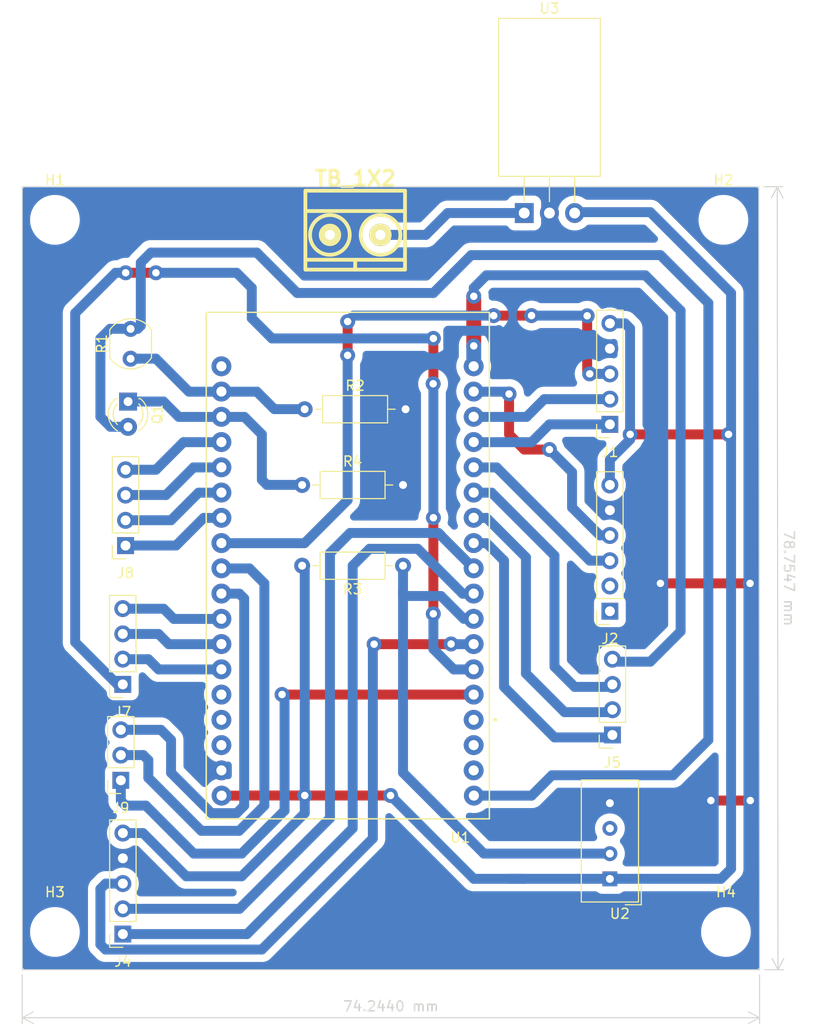
<source format=kicad_pcb>
(kicad_pcb (version 20221018) (generator pcbnew)
  (layers (0 "F.Cu" signal) (31 "B.Cu" signal) (34 "B.Paste" user) (35 "F.Paste" user) (36 "B.SilkS" user "B.Silkscreen") (37 "F.SilkS" user "F.Silkscreen") (38 "B.Mask" user) (39 "F.Mask" user) (44 "Edge.Cuts" user))
  (net 0 "")
  (net 1 "+5V")
  (net 2 "+3V3")
  (net 3 "/SCL")
  (net 4 "/SDA")
  (net 5 "/ADC_PD")
  (net 6 "/ADC_LDR")
  (net 8 "/TX{slash}RX_Dir_0")
  (net 9 "/RX0")
  (net 10 "/TX0")
  (net 11 "/TX{slash}RX_Dir_1")
  (net 12 "/HSPI_CS0")
  (net 13 "/GPIO_DHT22")
  (net 14 "/TX1")
  (net 15 "/RX1")
  (net 16 "/VSPI_CS0")
  (net 17 "/VSPI_CLK")
  (net 18 "/VSPI_MISO")
  (net 19 "/VSPI_MOSI")
  (net 21 "/ADC_2")
  (net 22 "/ADC_3")
  (net 23 "/ADC_0")
  (net 24 "/ADC_1")
  (net 25 "/GPIO_26")
  (net 26 "/GPIO_27")
  (net 27 "/HSPI_CLK")
  (net 28 "/HSPI_MISO")
  (net 29 "/HSPI_MOSI")
  (net 30 "GND")
  (net 31 "/CSB")
  (net 32 "/SDO")
  (net 33 "/GPIO_0")
  (net 34 "+12V")
  (footprint "Connector_PinSocket_2.54mm:PinSocket_1x05_P2.54mm_Vertical" (layer "F.Cu") (at 23.597 88.616 180)
    (fp_text reference "J4" (at 0 -2.77) (layer "F.SilkS"))
    (fp_text value "RS485_2")
    (fp_line (start -1.33 1.27) (end -1.33 11.49) (stroke (width 0.12)) (layer "F.SilkS"))
    (fp_line (start -1.33 1.27) (end 1.33 1.27) (stroke (width 0.12)) (layer "F.SilkS"))
    (fp_line (start -1.33 11.49) (end 1.33 11.49) (stroke (width 0.12)) (layer "F.SilkS"))
    (fp_line (start 0 -1.33) (end 1.33 -1.33) (stroke (width 0.12)) (layer "F.SilkS"))
    (fp_line (start 1.33 -1.33) (end 1.33 0) (stroke (width 0.12)) (layer "F.SilkS"))
    (fp_line (start 1.33 1.27) (end 1.33 11.49) (stroke (width 0.12)) (layer "F.SilkS"))
    (pad "1" thru_hole rect (at 0 0 180) (size 1.7 1.7) (drill 1) (layers "*.Cu" "*.Mask") (net 14 "/TX1"))
    (pad "2" thru_hole oval (at 0 2.54 180) (size 1.7 1.7) (drill 1) (layers "*.Cu" "*.Mask") (net 15 "/RX1"))
    (pad "3" thru_hole oval (at 0 5.08 180) (size 1.7 1.7) (drill 1) (layers "*.Cu" "*.Mask") (net 11 "/TX{slash}RX_Dir_1"))
    (pad "4" thru_hole oval (at 0 7.62 180) (size 1.7 1.7) (drill 1) (layers "*.Cu" "*.Mask") (net 30 "GND"))
    (pad "5" thru_hole oval (at 0 10.16 180) (size 1.7 1.7) (drill 1) (layers "*.Cu" "*.Mask") (net 1 "+5V"))
  )
  (footprint "LED_THT:LED_D3.0mm_FlatTop" (layer "F.Cu") (at 24.120695 35.056305 -90)
    (fp_text reference "Q1" (at 1.27 -2.96 90) (layer "F.SilkS"))
    (fp_text value "Fototransistor")
    (fp_line (start -0.29 -1.236) (end -0.29 -1.08) (stroke (width 0.12)) (layer "F.SilkS"))
    (fp_line (start -0.29 1.08) (end -0.29 1.236) (stroke (width 0.12)) (layer "F.SilkS"))
    (fp_arc (start -0.29 -1.235516) (mid 1.366487 -1.987659) (end 2.942335 -1.078608) (stroke (width 0.12)) (layer "F.SilkS"))
    (fp_arc (start 0.229039 -1.08) (mid 1.270117 -1.5) (end 2.31113 -1.079837) (stroke (width 0.12)) (layer "F.SilkS"))
    (fp_arc (start 2.31113 1.079837) (mid 1.270117 1.5) (end 0.229039 1.08) (stroke (width 0.12)) (layer "F.SilkS"))
    (fp_arc (start 2.942335 1.078608) (mid 1.366487 1.987659) (end -0.29 1.235516) (stroke (width 0.12)) (layer "F.SilkS"))
    (pad "1" thru_hole rect (at 0 0 270) (size 1.8 1.8) (drill 0.9) (layers "*.Cu" "*.Mask") (net 5 "/ADC_PD"))
    (pad "2" thru_hole circle (at 2.54 0 270) (size 1.8 1.8) (drill 0.9) (layers "*.Cu" "*.Mask") (net 2 "+3V3"))
  )
  (footprint "Package_TO_SOT_THT:TO-220-3_Horizontal_TabDown" (layer "F.Cu") (at 64.008 16.088)
    (fp_text reference "U3" (at 2.54 -20.58) (layer "F.SilkS"))
    (fp_text value "L7805")
    (fp_line (start -2.58 -19.58) (end -2.58 -3.69) (stroke (width 0.12)) (layer "F.SilkS"))
    (fp_line (start -2.58 -19.58) (end 7.66 -19.58) (stroke (width 0.12)) (layer "F.SilkS"))
    (fp_line (start -2.58 -3.69) (end 7.66 -3.69) (stroke (width 0.12)) (layer "F.SilkS"))
    (fp_line (start 0 -3.69) (end 0 -1.15) (stroke (width 0.12)) (layer "F.SilkS"))
    (fp_line (start 2.54 -3.69) (end 2.54 -1.15) (stroke (width 0.12)) (layer "F.SilkS"))
    (fp_line (start 5.08 -3.69) (end 5.08 -1.15) (stroke (width 0.12)) (layer "F.SilkS"))
    (fp_line (start 7.66 -19.58) (end 7.66 -3.69) (stroke (width 0.12)) (layer "F.SilkS"))
    (pad "" np_thru_hole oval (at 2.54 -16.66) (size 3.5 3.5) (drill 3.5) (layers "*.Cu" "*.Mask"))
    (pad "1" thru_hole rect (at 0 0) (size 1.905 2) (drill 1.1) (layers "*.Cu" "*.Mask") (net 34 "+12V"))
    (pad "2" thru_hole oval (at 2.54 0) (size 1.905 2) (drill 1.1) (layers "*.Cu" "*.Mask") (net 30 "GND"))
    (pad "3" thru_hole oval (at 5.08 0) (size 1.905 2) (drill 1.1) (layers "*.Cu" "*.Mask") (net 1 "+5V"))
  )
  (footprint "OptoDevice:R_LDR_5.0x4.1mm_P3mm_Vertical" (layer "F.Cu") (at 24.374695 30.743305 90)
    (fp_text reference "R1" (at 1.5 -2.9 90) (layer "F.SilkS"))
    (fp_text value "LDR07")
    (fp_line (start 0.1 -2.1) (end 2.9 -2.1) (stroke (width 0.12)) (layer "F.SilkS"))
    (fp_line (start 0.1 2.1) (end 2.9 2.1) (stroke (width 0.12)) (layer "F.SilkS"))
    (fp_arc (start 0.1 2.1) (mid -1.023872 -0.008372) (end 0.113963 -2.109242) (stroke (width 0.12)) (layer "F.SilkS"))
    (fp_arc (start 2.9 -2.1) (mid 4.023872 0.008372) (end 2.886037 2.109242) (stroke (width 0.12)) (layer "F.SilkS"))
    (pad "1" thru_hole circle (at 0 0 90) (size 1.6 1.6) (drill 0.8) (layers "*.Cu" "*.Mask") (net 6 "/ADC_LDR"))
    (pad "2" thru_hole circle (at 3 0 90) (size 1.6 1.6) (drill 0.8) (layers "*.Cu" "*.Mask") (net 2 "+3V3"))
  )
  (footprint "Connector_PinSocket_2.54mm:PinSocket_1x03_P2.54mm_Vertical" (layer "F.Cu") (at 23.393 73.152 180)
    (fp_text reference "J9" (at 0 -2.77) (layer "F.SilkS"))
    (fp_text value "GPIO_USELESS")
    (fp_line (start -1.33 1.27) (end -1.33 6.41) (stroke (width 0.12)) (layer "F.SilkS"))
    (fp_line (start -1.33 1.27) (end 1.33 1.27) (stroke (width 0.12)) (layer "F.SilkS"))
    (fp_line (start -1.33 6.41) (end 1.33 6.41) (stroke (width 0.12)) (layer "F.SilkS"))
    (fp_line (start 0 -1.33) (end 1.33 -1.33) (stroke (width 0.12)) (layer "F.SilkS"))
    (fp_line (start 1.33 -1.33) (end 1.33 0) (stroke (width 0.12)) (layer "F.SilkS"))
    (fp_line (start 1.33 1.27) (end 1.33 6.41) (stroke (width 0.12)) (layer "F.SilkS"))
    (pad "1" thru_hole rect (at 0 0 180) (size 1.7 1.7) (drill 1) (layers "*.Cu" "*.Mask") (net 33 "/GPIO_0"))
    (pad "2" thru_hole oval (at 0 2.54 180) (size 1.7 1.7) (drill 1) (layers "*.Cu" "*.Mask") (net 25 "/GPIO_26"))
    (pad "3" thru_hole oval (at 0 5.08 180) (size 1.7 1.7) (drill 1) (layers "*.Cu" "*.Mask") (net 26 "/GPIO_27"))
  )
  (footprint "EESTN5:BORNERA2_AZUL" (layer "F.Cu") (at 46.99 18.288)
    (fp_text reference "J3" hide)
    (fp_text value "TB_1X2" (at 0.0165 -5.68625) (layer "F.SilkS") (effects (font (size 1.5 1.5) (thickness 0.3))))
    (fp_line (start -5.0165 -4.445) (end -5.0165 3.4925) (stroke (width 0.381)) (layer "F.SilkS"))
    (fp_line (start -5 -2.4) (end 5 -2.4) (stroke (width 0.381)) (layer "F.SilkS"))
    (fp_line (start -5 2.5) (end 5 2.5) (stroke (width 0.381)) (layer "F.SilkS"))
    (fp_line (start -4.9835 3.4925) (end 5.0165 3.4925) (stroke (width 0.381)) (layer "F.SilkS"))
    (fp_line (start 0 2.54) (end 0 3.4845) (stroke (width 0.381)) (layer "F.SilkS"))
    (fp_line (start 5.0165 -4.445) (end -4.9835 -4.445) (stroke (width 0.381)) (layer "F.SilkS"))
    (fp_line (start 5.0165 3.4925) (end 5.0165 -4.445) (stroke (width 0.381)) (layer "F.SilkS"))
    (fp_circle (center -2.55 0) (end -0.55 0) (stroke (width 0.381)) (fill none) (layer "F.SilkS"))
    (fp_circle (center 2.55 0) (end 0.55 0) (stroke (width 0.381)) (fill none) (layer "F.SilkS"))
    (pad "1" thru_hole circle (at -2.54 0) (size 2.25 2.25) (drill 1) (layers "*.Cu" "*.Mask" "F.SilkS" "Eco2.User") (net 30 "GND"))
    (pad "2" thru_hole circle (at 2.54 0) (size 2.25 2.25) (drill 1) (layers "*.Cu" "*.Mask" "F.SilkS") (net 34 "+12V") (clearance 1))
  )
  (footprint "MountingHole:MountingHole_3mm" (layer "F.Cu") (at 16.754695 16.773305)
    (fp_text reference "H1" (at 0 -4) (layer "F.SilkS"))
    (fp_text value "Mounting_Hole")
    (pad "" np_thru_hole circle (at 0 0) (size 3 3) (drill 3) (layers "F&B.Cu" "*.Mask") (clearance 1))
  )
  (footprint "Resistor_THT:R_Axial_DIN0207_L6.3mm_D2.5mm_P10.16mm_Horizontal" (layer "F.Cu") (at 41.900695 35.823305)
    (fp_text reference "R2" (at 5.08 -2.37) (layer "F.SilkS"))
    (fp_text value "5,6K")
    (fp_line (start 1.04 0) (end 1.81 0) (stroke (width 0.12)) (layer "F.SilkS"))
    (fp_line (start 1.81 -1.37) (end 1.81 1.37) (stroke (width 0.12)) (layer "F.SilkS"))
    (fp_line (start 1.81 1.37) (end 8.35 1.37) (stroke (width 0.12)) (layer "F.SilkS"))
    (fp_line (start 8.35 -1.37) (end 1.81 -1.37) (stroke (width 0.12)) (layer "F.SilkS"))
    (fp_line (start 8.35 1.37) (end 8.35 -1.37) (stroke (width 0.12)) (layer "F.SilkS"))
    (fp_line (start 9.12 0) (end 8.35 0) (stroke (width 0.12)) (layer "F.SilkS"))
    (pad "1" thru_hole circle (at 0 0) (size 1.6 1.6) (drill 0.8) (layers "*.Cu" "*.Mask") (net 6 "/ADC_LDR"))
    (pad "2" thru_hole oval (at 10.16 0) (size 1.6 1.6) (drill 0.8) (layers "*.Cu" "*.Mask") (net 30 "GND"))
  )
  (footprint "Connector_PinSocket_2.54mm:PinSocket_1x04_P2.54mm_Vertical" (layer "F.Cu") (at 23.866695 49.539305 180)
    (fp_text reference "J8" (at 0 -2.77) (layer "F.SilkS"))
    (fp_text value "ADC_INPUT")
    (fp_line (start -1.33 1.27) (end -1.33 8.95) (stroke (width 0.12)) (layer "F.SilkS"))
    (fp_line (start -1.33 1.27) (end 1.33 1.27) (stroke (width 0.12)) (layer "F.SilkS"))
    (fp_line (start -1.33 8.95) (end 1.33 8.95) (stroke (width 0.12)) (layer "F.SilkS"))
    (fp_line (start 0 -1.33) (end 1.33 -1.33) (stroke (width 0.12)) (layer "F.SilkS"))
    (fp_line (start 1.33 -1.33) (end 1.33 0) (stroke (width 0.12)) (layer "F.SilkS"))
    (fp_line (start 1.33 1.27) (end 1.33 8.95) (stroke (width 0.12)) (layer "F.SilkS"))
    (pad "1" thru_hole rect (at 0 0 180) (size 1.7 1.7) (drill 1) (layers "*.Cu" "*.Mask") (net 23 "/ADC_0"))
    (pad "2" thru_hole oval (at 0 2.54 180) (size 1.7 1.7) (drill 1) (layers "*.Cu" "*.Mask") (net 24 "/ADC_1"))
    (pad "3" thru_hole oval (at 0 5.08 180) (size 1.7 1.7) (drill 1) (layers "*.Cu" "*.Mask") (net 21 "/ADC_2"))
    (pad "4" thru_hole oval (at 0 7.62 180) (size 1.7 1.7) (drill 1) (layers "*.Cu" "*.Mask") (net 22 "/ADC_3"))
  )
  (footprint "MountingHole:MountingHole_3mm" (layer "F.Cu") (at 84.064695 16.773305)
    (fp_text reference "H2" (at 0 -4) (layer "F.SilkS"))
    (fp_text value "Mounting_Hole")
    (pad "" np_thru_hole circle (at 0 0) (size 3 3) (drill 3) (layers "*.Cu" "*.Mask"))
  )
  (footprint "Connector_PinSocket_2.54mm:PinSocket_1x05_P2.54mm_Vertical" (layer "F.Cu") (at 72.634695 37.347305 180)
    (fp_text reference "J1" (at 0 -2.77) (layer "F.SilkS"))
    (fp_text value "RS485_1")
    (fp_line (start -1.33 1.27) (end -1.33 11.49) (stroke (width 0.12)) (layer "F.SilkS"))
    (fp_line (start -1.33 1.27) (end 1.33 1.27) (stroke (width 0.12)) (layer "F.SilkS"))
    (fp_line (start -1.33 11.49) (end 1.33 11.49) (stroke (width 0.12)) (layer "F.SilkS"))
    (fp_line (start 0 -1.33) (end 1.33 -1.33) (stroke (width 0.12)) (layer "F.SilkS"))
    (fp_line (start 1.33 -1.33) (end 1.33 0) (stroke (width 0.12)) (layer "F.SilkS"))
    (fp_line (start 1.33 1.27) (end 1.33 11.49) (stroke (width 0.12)) (layer "F.SilkS"))
    (pad "1" thru_hole rect (at 0 0 180) (size 1.7 1.7) (drill 1) (layers "*.Cu" "*.Mask") (net 10 "/TX0"))
    (pad "2" thru_hole oval (at 0 2.54 180) (size 1.7 1.7) (drill 1) (layers "*.Cu" "*.Mask") (net 9 "/RX0"))
    (pad "3" thru_hole oval (at 0 5.08 180) (size 1.7 1.7) (drill 1) (layers "*.Cu" "*.Mask") (net 8 "/TX{slash}RX_Dir_0"))
    (pad "4" thru_hole oval (at 0 7.62 180) (size 1.7 1.7) (drill 1) (layers "*.Cu" "*.Mask") (net 30 "GND"))
    (pad "5" thru_hole oval (at 0 10.16 180) (size 1.7 1.7) (drill 1) (layers "*.Cu" "*.Mask") (net 1 "+5V"))
  )
  (footprint "MountingHole:MountingHole_3mm" (layer "F.Cu") (at 16.754695 88.401305)
    (fp_text reference "H3" (at 0 -4) (layer "F.SilkS"))
    (fp_text value "Mounting_Hole")
    (pad "" np_thru_hole circle (at 0 0) (size 3 3) (drill 3) (layers "*.Cu" "*.Mask"))
  )
  (footprint "Connector_PinSocket_2.54mm:PinSocket_1x06_P2.54mm_Vertical" (layer "F.Cu") (at 72.634695 56.143305 180)
    (fp_text reference "J2" (at 0 -2.77) (layer "F.SilkS"))
    (fp_text value "BMP280")
    (fp_line (start -1.33 1.27) (end -1.33 14.03) (stroke (width 0.12)) (layer "F.SilkS"))
    (fp_line (start -1.33 1.27) (end 1.33 1.27) (stroke (width 0.12)) (layer "F.SilkS"))
    (fp_line (start -1.33 14.03) (end 1.33 14.03) (stroke (width 0.12)) (layer "F.SilkS"))
    (fp_line (start 0 -1.33) (end 1.33 -1.33) (stroke (width 0.12)) (layer "F.SilkS"))
    (fp_line (start 1.33 -1.33) (end 1.33 0) (stroke (width 0.12)) (layer "F.SilkS"))
    (fp_line (start 1.33 1.27) (end 1.33 14.03) (stroke (width 0.12)) (layer "F.SilkS"))
    (pad "1" thru_hole rect (at 0 0 180) (size 1.7 1.7) (drill 1) (layers "*.Cu" "*.Mask") (net 32 "/SDO"))
    (pad "2" thru_hole oval (at 0 2.54 180) (size 1.7 1.7) (drill 1) (layers "*.Cu" "*.Mask") (net 31 "/CSB"))
    (pad "3" thru_hole oval (at 0 5.08 180) (size 1.7 1.7) (drill 1) (layers "*.Cu" "*.Mask") (net 4 "/SDA"))
    (pad "4" thru_hole oval (at 0 7.62 180) (size 1.7 1.7) (drill 1) (layers "*.Cu" "*.Mask") (net 3 "/SCL"))
    (pad "5" thru_hole oval (at 0 10.16 180) (size 1.7 1.7) (drill 1) (layers "*.Cu" "*.Mask") (net 30 "GND"))
    (pad "6" thru_hole oval (at 0 12.7 180) (size 1.7 1.7) (drill 1) (layers "*.Cu" "*.Mask") (net 1 "+5V"))
  )
  (footprint "Connector_PinSocket_2.54mm:PinSocket_1x04_P2.54mm_Vertical" (layer "F.Cu") (at 23.587695 63.499305 180)
    (fp_text reference "J7" (at 0 -2.77) (layer "F.SilkS"))
    (fp_text value "SPI_1")
    (fp_line (start -1.33 1.27) (end -1.33 8.95) (stroke (width 0.12)) (layer "F.SilkS"))
    (fp_line (start -1.33 1.27) (end 1.33 1.27) (stroke (width 0.12)) (layer "F.SilkS"))
    (fp_line (start -1.33 8.95) (end 1.33 8.95) (stroke (width 0.12)) (layer "F.SilkS"))
    (fp_line (start 0 -1.33) (end 1.33 -1.33) (stroke (width 0.12)) (layer "F.SilkS"))
    (fp_line (start 1.33 -1.33) (end 1.33 0) (stroke (width 0.12)) (layer "F.SilkS"))
    (fp_line (start 1.33 1.27) (end 1.33 8.95) (stroke (width 0.12)) (layer "F.SilkS"))
    (pad "1" thru_hole rect (at 0 0 180) (size 1.7 1.7) (drill 1) (layers "*.Cu" "*.Mask") (net 12 "/HSPI_CS0"))
    (pad "2" thru_hole oval (at 0 2.54 180) (size 1.7 1.7) (drill 1) (layers "*.Cu" "*.Mask") (net 29 "/HSPI_MOSI"))
    (pad "3" thru_hole oval (at 0 5.08 180) (size 1.7 1.7) (drill 1) (layers "*.Cu" "*.Mask") (net 28 "/HSPI_MISO"))
    (pad "4" thru_hole oval (at 0 7.62 180) (size 1.7 1.7) (drill 1) (layers "*.Cu" "*.Mask") (net 27 "/HSPI_CLK"))
  )
  (footprint "Resistor_THT:R_Axial_DIN0207_L6.3mm_D2.5mm_P10.16mm_Horizontal" (layer "F.Cu") (at 41.646695 43.443305)
    (fp_text reference "R4" (at 5.08 -2.37) (layer "F.SilkS"))
    (fp_text value "1M")
    (fp_line (start 1.04 0) (end 1.81 0) (stroke (width 0.12)) (layer "F.SilkS"))
    (fp_line (start 1.81 -1.37) (end 1.81 1.37) (stroke (width 0.12)) (layer "F.SilkS"))
    (fp_line (start 1.81 1.37) (end 8.35 1.37) (stroke (width 0.12)) (layer "F.SilkS"))
    (fp_line (start 8.35 -1.37) (end 1.81 -1.37) (stroke (width 0.12)) (layer "F.SilkS"))
    (fp_line (start 8.35 1.37) (end 8.35 -1.37) (stroke (width 0.12)) (layer "F.SilkS"))
    (fp_line (start 9.12 0) (end 8.35 0) (stroke (width 0.12)) (layer "F.SilkS"))
    (pad "1" thru_hole circle (at 0 0) (size 1.6 1.6) (drill 0.8) (layers "*.Cu" "*.Mask") (net 5 "/ADC_PD"))
    (pad "2" thru_hole oval (at 10.16 0) (size 1.6 1.6) (drill 0.8) (layers "*.Cu" "*.Mask") (net 30 "GND"))
  )
  (footprint "Weather_Station_Models:MODULE_ESP32_DEVKIT_V1" (layer "F.Cu") (at 46.218695 51.550305 180)
    (fp_text reference "U1" (at -11.355 -27.36) (layer "F.SilkS"))
    (fp_text value "ESP32-DEVKIT-V1")
    (fp_line (start -14.28 -25.475) (end -3.211 -25.475) (stroke (width 0.127)) (layer "F.SilkS"))
    (fp_line (start -14.28 -25.475) (end 14.23 -25.475) (stroke (width 0.127)) (layer "F.SilkS"))
    (fp_line (start -14.28 25.475) (end -14.28 -25.475) (stroke (width 0.127)) (layer "F.SilkS"))
    (fp_line (start -14.28 25.475) (end -14.28 -25.475) (stroke (width 0.127)) (layer "F.SilkS"))
    (fp_line (start -14.28 25.475) (end -8.91 25.475) (stroke (width 0.127)) (layer "F.SilkS"))
    (fp_line (start -8.91 25.475) (end 8.78 25.475) (stroke (width 0.127)) (layer "F.SilkS"))
    (fp_line (start -3.211 -25.475) (end 3.5 -25.475) (stroke (width 0.127)) (layer "F.SilkS"))
    (fp_line (start 3.5 -25.475) (end 14.23 -25.475) (stroke (width 0.127)) (layer "F.SilkS"))
    (fp_line (start 8.78 25.475) (end 14.23 25.475) (stroke (width 0.127)) (layer "F.SilkS"))
    (fp_line (start 14.23 -25.475) (end 14.23 25.475) (stroke (width 0.127)) (layer "F.SilkS"))
    (fp_line (start 14.23 -25.475) (end 14.23 25.475) (stroke (width 0.127)) (layer "F.SilkS"))
    (fp_line (start 14.23 25.475) (end -14.28 25.475) (stroke (width 0.127)) (layer "F.SilkS"))
    (fp_circle (center -14.85 -15.515) (end -14.75 -15.515) (stroke (width 0.2)) (fill none) (layer "F.SilkS"))
    (pad "" thru_hole circle (at -12.7 -20.6 180) (size 2 2) (drill 1.02) (layers "*.Cu" "*.Mask"))
    (pad "" thru_hole circle (at -12.7 -18.06 180) (size 2 2) (drill 1.02) (layers "*.Cu" "*.Mask"))
    (pad "" thru_hole circle (at -12.7 -15.515 180) (size 2 2) (drill 1.02) (layers "*.Cu" "*.Mask"))
    (pad "" thru_hole circle (at 12.7 -18.06 180) (size 2 2) (drill 1.02) (layers "*.Cu" "*.Mask"))
    (pad "" thru_hole circle (at 12.7 -15.515 180) (size 2 2) (drill 1.02) (layers "*.Cu" "*.Mask"))
    (pad "" thru_hole circle (at 12.7 -12.975 180) (size 2 2) (drill 1.02) (layers "*.Cu" "*.Mask"))
    (pad "1" thru_hole circle (at -12.72 -23.14 180) (size 2 2) (drill 1.02) (layers "*.Cu" "*.Mask") (net 2 "+3V3"))
    (pad "2" thru_hole circle (at -12.7 -12.975 180) (size 2 2) (drill 1.02) (layers "*.Cu" "*.Mask") (net 33 "/GPIO_0"))
    (pad "3" thru_hole circle (at -12.7 -10.435 180) (size 2 2) (drill 1.02) (layers "*.Cu" "*.Mask") (net 12 "/HSPI_CS0"))
    (pad "4" thru_hole circle (at -12.7 -7.895 180) (size 2 2) (drill 1.02) (layers "*.Cu" "*.Mask") (net 11 "/TX{slash}RX_Dir_1"))
    (pad "5" thru_hole circle (at -12.7 -5.355 180) (size 2 2) (drill 1.02) (layers "*.Cu" "*.Mask") (net 13 "/GPIO_DHT22"))
    (pad "6" thru_hole circle (at -12.7 -2.815 180) (size 2 2) (drill 1.02) (layers "*.Cu" "*.Mask") (net 14 "/TX1"))
    (pad "7" thru_hole circle (at -12.7 -0.275 180) (size 2 2) (drill 1.02) (layers "*.Cu" "*.Mask") (net 15 "/RX1"))
    (pad "8" thru_hole circle (at -12.7 2.265 180) (size 2 2) (drill 1.02) (layers "*.Cu" "*.Mask") (net 16 "/VSPI_CS0"))
    (pad "9" thru_hole circle (at -12.7 4.805 180) (size 2 2) (drill 1.02) (layers "*.Cu" "*.Mask") (net 17 "/VSPI_CLK"))
    (pad "10" thru_hole circle (at -12.7 7.345 180) (size 2 2) (drill 1.02) (layers "*.Cu" "*.Mask") (net 18 "/VSPI_MISO"))
    (pad "11" thru_hole circle (at -12.7 9.885 180) (size 2 2) (drill 1.02) (layers "*.Cu" "*.Mask") (net 4 "/SDA"))
    (pad "12" thru_hole circle (at -12.7 12.425 180) (size 2 2) (drill 1.02) (layers "*.Cu" "*.Mask") (net 10 "/TX0"))
    (pad "13" thru_hole circle (at -12.7 14.965 180) (size 2 2) (drill 1.02) (layers "*.Cu" "*.Mask") (net 9 "/RX0"))
    (pad "14" thru_hole circle (at -12.7 17.505 180) (size 2 2) (drill 1.02) (layers "*.Cu" "*.Mask") (net 3 "/SCL"))
    (pad "15" thru_hole circle (at -12.7 20.045 180) (size 2 2) (drill 1.02) (layers "*.Cu" "*.Mask") (net 19 "/VSPI_MOSI"))
    (pad "16" thru_hole circle (at 12.7 20.045 180) (size 2 2) (drill 1.02) (layers "*.Cu" "*.Mask"))
    (pad "17" thru_hole circle (at 12.7 17.505 180) (size 2 2) (drill 1.02) (layers "*.Cu" "*.Mask") (net 6 "/ADC_LDR"))
    (pad "18" thru_hole circle (at 12.7 14.965 180) (size 2 2) (drill 1.02) (layers "*.Cu" "*.Mask") (net 5 "/ADC_PD"))
    (pad "19" thru_hole circle (at 12.7 12.425 180) (size 2 2) (drill 1.02) (layers "*.Cu" "*.Mask") (net 22 "/ADC_3"))
    (pad "20" thru_hole circle (at 12.7 9.885 180) (size 2 2) (drill 1.02) (layers "*.Cu" "*.Mask") (net 21 "/ADC_2"))
    (pad "21" thru_hole circle (at 12.7 7.345 180) (size 2 2) (drill 1.02) (layers "*.Cu" "*.Mask") (net 24 "/ADC_1"))
    (pad "22" thru_hole circle (at 12.7 4.805 180) (size 2 2) (drill 1.02) (layers "*.Cu" "*.Mask") (net 23 "/ADC_0"))
    (pad "23" thru_hole circle (at 12.7 2.265 180) (size 2 2) (drill 1.02) (layers "*.Cu" "*.Mask") (net 8 "/TX{slash}RX_Dir_0"))
    (pad "24" thru_hole circle (at 12.7 -0.275 180) (size 2 2) (drill 1.02) (layers "*.Cu" "*.Mask") (net 25 "/GPIO_26"))
    (pad "25" thru_hole circle (at 12.7 -2.815 180) (size 2 2) (drill 1.02) (layers "*.Cu" "*.Mask") (net 26 "/GPIO_27"))
    (pad "26" thru_hole circle (at 12.7 -5.355 180) (size 2 2) (drill 1.02) (layers "*.Cu" "*.Mask") (net 27 "/HSPI_CLK"))
    (pad "27" thru_hole circle (at 12.7 -7.895 180) (size 2 2) (drill 1.02) (layers "*.Cu" "*.Mask") (net 28 "/HSPI_MISO"))
    (pad "28" thru_hole circle (at 12.7 -10.435 180) (size 2 2) (drill 1.02) (layers "*.Cu" "*.Mask") (net 29 "/HSPI_MOSI"))
    (pad "29" thru_hole circle (at 12.7 -20.6 180) (size 2 2) (drill 1.02) (layers "*.Cu" "*.Mask") (net 30 "GND"))
    (pad "30" thru_hole circle (at 12.68 -23.14 180) (size 2 2) (drill 1.02) (layers "*.Cu" "*.Mask") (net 1 "+5V"))
  )
  (footprint "Connector_PinSocket_2.54mm:PinSocket_1x04_P2.54mm_Vertical" (layer "F.Cu") (at 72.888695 68.589305 180)
    (fp_text reference "J5" (at 0 -2.77) (layer "F.SilkS"))
    (fp_text value "SPI_0")
    (fp_line (start -1.33 1.27) (end -1.33 8.95) (stroke (width 0.12)) (layer "F.SilkS"))
    (fp_line (start -1.33 1.27) (end 1.33 1.27) (stroke (width 0.12)) (layer "F.SilkS"))
    (fp_line (start -1.33 8.95) (end 1.33 8.95) (stroke (width 0.12)) (layer "F.SilkS"))
    (fp_line (start 0 -1.33) (end 1.33 -1.33) (stroke (width 0.12)) (layer "F.SilkS"))
    (fp_line (start 1.33 -1.33) (end 1.33 0) (stroke (width 0.12)) (layer "F.SilkS"))
    (fp_line (start 1.33 1.27) (end 1.33 8.95) (stroke (width 0.12)) (layer "F.SilkS"))
    (pad "1" thru_hole rect (at 0 0 180) (size 1.7 1.7) (drill 1) (layers "*.Cu" "*.Mask") (net 16 "/VSPI_CS0"))
    (pad "2" thru_hole oval (at 0 2.54 180) (size 1.7 1.7) (drill 1) (layers "*.Cu" "*.Mask") (net 17 "/VSPI_CLK"))
    (pad "3" thru_hole oval (at 0 5.08 180) (size 1.7 1.7) (drill 1) (layers "*.Cu" "*.Mask") (net 18 "/VSPI_MISO"))
    (pad "4" thru_hole oval (at 0 7.62 180) (size 1.7 1.7) (drill 1) (layers "*.Cu" "*.Mask") (net 19 "/VSPI_MOSI"))
  )
  (footprint "MountingHole:MountingHole_3mm" (layer "F.Cu") (at 84.318695 88.401305)
    (fp_text reference "H4" (at 0 -4) (layer "F.SilkS"))
    (fp_text value "Mounting_Hole")
    (pad "" np_thru_hole circle (at 0 0) (size 3 3) (drill 3) (layers "*.Cu" "*.Mask"))
  )
  (footprint "Sensor:Aosong_DHT11_5.5x12.0_P2.54mm" (layer "F.Cu") (at 72.634695 83.067305 180)
    (fp_text reference "U2" (at -1 -3.5) (layer "F.SilkS"))
    (fp_text value "DHT11")
    (fp_line (start -3.16 -2.6) (end -3.16 -0.6) (stroke (width 0.12)) (layer "F.SilkS"))
    (fp_line (start -3.16 -2.6) (end -1.55 -2.6) (stroke (width 0.12)) (layer "F.SilkS"))
    (fp_line (start -2.88 9.94) (end -2.88 -2.31) (stroke (width 0.12)) (layer "F.SilkS"))
    (fp_line (start -2.87 -2.32) (end 2.87 -2.32) (stroke (width 0.12)) (layer "F.SilkS"))
    (fp_line (start 2.88 -2.32) (end 2.88 9.94) (stroke (width 0.12)) (layer "F.SilkS"))
    (fp_line (start 2.88 9.94) (end -2.88 9.94) (stroke (width 0.12)) (layer "F.SilkS"))
    (pad "1" thru_hole rect (at 0 0 180) (size 1.5 1.5) (drill 0.8) (layers "*.Cu" "*.Mask") (net 1 "+5V"))
    (pad "2" thru_hole circle (at 0 2.54 180) (size 1.5 1.5) (drill 0.8) (layers "*.Cu" "*.Mask") (net 13 "/GPIO_DHT22"))
    (pad "3" thru_hole circle (at 0 5.08 180) (size 1.5 1.5) (drill 0.8) (layers "*.Cu" "*.Mask"))
    (pad "4" thru_hole circle (at 0 7.62 180) (size 1.5 1.5) (drill 0.8) (layers "*.Cu" "*.Mask") (net 30 "GND"))
  )
  (footprint "Resistor_THT:R_Axial_DIN0207_L6.3mm_D2.5mm_P10.16mm_Horizontal" (layer "F.Cu") (at 51.806695 51.562 180)
    (fp_text reference "R3" (at 5.08 -2.37) (layer "F.SilkS"))
    (fp_text value "4,7K")
    (fp_line (start 1.04 0) (end 1.81 0) (stroke (width 0.12)) (layer "F.SilkS"))
    (fp_line (start 1.81 -1.37) (end 1.81 1.37) (stroke (width 0.12)) (layer "F.SilkS"))
    (fp_line (start 1.81 1.37) (end 8.35 1.37) (stroke (width 0.12)) (layer "F.SilkS"))
    (fp_line (start 8.35 -1.37) (end 1.81 -1.37) (stroke (width 0.12)) (layer "F.SilkS"))
    (fp_line (start 8.35 1.37) (end 8.35 -1.37) (stroke (width 0.12)) (layer "F.SilkS"))
    (fp_line (start 9.12 0) (end 8.35 0) (stroke (width 0.12)) (layer "F.SilkS"))
    (pad "1" thru_hole circle (at 0 0 180) (size 1.6 1.6) (drill 0.8) (layers "*.Cu" "*.Mask") (net 13 "/GPIO_DHT22"))
    (pad "2" thru_hole oval (at 10.16 0 180) (size 1.6 1.6) (drill 0.8) (layers "*.Cu" "*.Mask") (net 1 "+5V"))
  )
  (gr_line (start 13.460695 91.703305) (end 13.460695 13.447305) (stroke (width 0.1)) (layer "Edge.Cuts"))
  (gr_line (start 87.460695 13.447305) (end 87.63 13.447305) (stroke (width 0.1)) (layer "Edge.Cuts"))
  (gr_line (start 13.536695 92.202) (end 13.462 92.202) (stroke (width 0.1)) (layer "Edge.Cuts"))
  (gr_line (start 13.462 92.202) (end 13.460695 91.703305) (stroke (width 0.1)) (layer "Edge.Cuts"))
  (gr_line (start 87.536695 92.202) (end 87.706 92.202) (stroke (width 0.1)) (layer "Edge.Cuts"))
  (gr_line (start 13.536695 92.202) (end 87.536695 92.202) (stroke (width 0.1)) (layer "Edge.Cuts"))
  (gr_line (start 13.460695 13.447305) (end 87.460695 13.447305) (stroke (width 0.1)) (layer "Edge.Cuts"))
  (gr_line (start 87.706 91.703305) (end 87.706 92.202) (stroke (width 0.1)) (layer "Edge.Cuts"))
  (gr_line (start 87.63 13.447305) (end 87.706 91.703305) (stroke (width 0.1)) (layer "Edge.Cuts"))
  (dimension (type aligned) (layer "Edge.Cuts") (pts (xy 87.63 13.447305) (xy 87.706 92.202)) (height -1.855896) (gr_text "78,7547 mm" (at 90.673894 52.821752 270.0552917) (layer "Edge.Cuts") (effects (font (size 1 1) (thickness 0.15)))) (format (prefix "") (suffix "") (units 3) (units_format 1) (precision 4)) (style (thickness 0.1) (arrow_length 1.27) (text_position_mode 0) (extension_height 0.58642) (extension_offset 0.5) keep_text_aligned))
  (dimension (type aligned) (layer "Edge.Cuts") (pts (xy 13.462 92.202) (xy 87.706 92.202)) (height 4.826) (gr_text "74,2440 mm" (at 50.584 95.878) (layer "Edge.Cuts") (effects (font (size 1 1) (thickness 0.15)))) (format (prefix "") (suffix "") (units 3) (units_format 1) (precision 4)) (style (thickness 0.1) (arrow_length 1.27) (text_position_mode 0) (extension_height 0.58642) (extension_offset 0.5) keep_text_aligned))
  (segment (start 41.91 74.676) (end 50.546 74.676) (width 1) (layer "F.Cu") (net 1))
  (segment (start 41.91 74.676) (end 35.574305 74.676) (width 1) (layer "F.Cu") (net 1))
  (segment (start 35.574305 74.676) (end 35.56 74.690305) (width 1) (layer "F.Cu") (net 1))
  (segment (start 84.582 38.354) (end 74.676 38.354) (width 1) (layer "F.Cu") (net 1))
  (segment (start 35.56 74.690305) (end 33.538695 74.690305) (width 1) (layer "F.Cu") (net 1))
  (via (at 41.91 74.676) (size 1.5) (drill 0.75) (layers "F.Cu" "B.Cu") (net 1))
  (via (at 74.676 38.354) (size 1.5) (drill 0.75) (layers "F.Cu" "B.Cu") (net 1))
  (via (at 50.546 74.676) (size 1.5) (drill 0.75) (layers "F.Cu" "B.Cu") (net 1))
  (via (at 84.582 38.354) (size 1.5) (drill 0.75) (layers "F.Cu" "B.Cu") (net 1))
  (segment (start 29.972 82.804) (end 25.624 78.456) (width 1) (layer "B.Cu") (net 1))
  (segment (start 74.676 38.354) (end 74.666695 38.363305) (width 1) (layer "B.Cu") (net 1))
  (segment (start 83.82 83.058) (end 64.008 83.058) (width 1) (layer "B.Cu") (net 1))
  (segment (start 84.582 38.354) (end 84.836 38.608) (width 1) (layer "B.Cu") (net 1))
  (segment (start 74.666695 27.695305) (end 74.666695 38.344695) (width 1) (layer "B.Cu") (net 1))
  (segment (start 41.656 74.676) (end 41.646695 74.666695) (width 1) (layer "B.Cu") (net 1))
  (segment (start 76.708 16.002) (end 69.174 16.002) (width 1) (layer "B.Cu") (net 1))
  (segment (start 74.666695 38.344695) (end 74.676 38.354) (width 1) (layer "B.Cu") (net 1))
  (segment (start 84.582 38.354) (end 84.836 38.1) (width 1) (layer "B.Cu") (net 1))
  (segment (start 72.644 43.434) (end 72.380695 43.170695) (width 1) (layer "B.Cu") (net 1))
  (segment (start 84.836 82.042) (end 83.82 83.058) (width 1) (layer "B.Cu") (net 1))
  (segment (start 64.008 83.058) (end 62.484 83.058) (width 1) (layer "B.Cu") (net 1))
  (segment (start 41.91 74.676) (end 41.91 76.454) (width 1) (layer "B.Cu") (net 1))
  (segment (start 41.91 51.825305) (end 41.646695 51.562) (width 1) (layer "B.Cu") (net 1))
  (segment (start 58.928 83.058) (end 64.008 83.058) (width 1) (layer "B.Cu") (net 1))
  (segment (start 69.174 16.002) (end 69.088 16.088) (width 1) (layer "B.Cu") (net 1))
  (segment (start 74.666695 38.363305) (end 74.666695 38.871305) (width 1) (layer "B.Cu") (net 1))
  (segment (start 74.666695 38.871305) (end 72.888695 40.649305) (width 1) (layer "B.Cu") (net 1))
  (segment (start 72.634695 43.443305) (end 72.634695 40.903305) (width 1) (layer "B.Cu") (net 1))
  (segment (start 74.158695 27.187305) (end 74.666695 27.695305) (width 1) (layer "B.Cu") (net 1))
  (segment (start 84.836 38.1) (end 84.836 24.13) (width 1) (layer "B.Cu") (net 1))
  (segment (start 41.91 74.676) (end 41.91 51.825305) (width 1) (layer "B.Cu") (net 1))
  (segment (start 41.91 74.676) (end 41.656 74.676) (width 1) (layer "B.Cu") (net 1))
  (segment (start 50.546 74.676) (end 58.928 83.058) (width 1) (layer "B.Cu") (net 1))
  (segment (start 35.56 82.804) (end 29.972 82.804) (width 1) (layer "B.Cu") (net 1))
  (segment (start 72.634695 40.903305) (end 72.888695 40.649305) (width 1) (layer "B.Cu") (net 1))
  (segment (start 84.836 38.608) (end 84.836 82.042) (width 1) (layer "B.Cu") (net 1))
  (segment (start 84.836 24.13) (end 76.708 16.002) (width 1) (layer "B.Cu") (net 1))
  (segment (start 72.634695 27.187305) (end 74.158695 27.187305) (width 1) (layer "B.Cu") (net 1))
  (segment (start 25.624 78.456) (end 23.597 78.456) (width 1) (layer "B.Cu") (net 1))
  (segment (start 41.91 76.454) (end 35.56 82.804) (width 1) (layer "B.Cu") (net 1))
  (segment (start 78.994 72.644) (end 66.802 72.644) (width 1) (layer "B.Cu") (net 2))
  (segment (start 66.802 72.644) (end 64.755695 74.690305) (width 1) (layer "B.Cu") (net 2))
  (segment (start 37.084 20.066) (end 41.148 24.13) (width 1) (layer "B.Cu") (net 2))
  (segment (start 41.148 24.13) (end 54.864 24.13) (width 1) (layer "B.Cu") (net 2))
  (segment (start 58.674 20.32) (end 77.724 20.32) (width 1) (layer "B.Cu") (net 2))
  (segment (start 26.416 20.066) (end 37.084 20.066) (width 1) (layer "B.Cu") (net 2))
  (segment (start 82.55 69.088) (end 78.994 72.644) (width 1) (layer "B.Cu") (net 2))
  (segment (start 22.304 27.734) (end 25.088 27.734) (width 1) (layer "B.Cu") (net 2))
  (segment (start 82.55 25.146) (end 82.55 69.088) (width 1) (layer "B.Cu") (net 2))
  (segment (start 24.084 37.587) (end 22.342 37.587) (width 1) (layer "B.Cu") (net 2))
  (segment (start 64.755695 74.690305) (end 58.938695 74.690305) (width 1) (layer "B.Cu") (net 2))
  (segment (start 21.336 36.581) (end 21.336 28.702) (width 1) (layer "B.Cu") (net 2))
  (segment (start 22.342 37.587) (end 21.336 36.581) (width 1) (layer "B.Cu") (net 2))
  (segment (start 77.724 20.32) (end 82.55 25.146) (width 1) (layer "B.Cu") (net 2))
  (segment (start 25.4 27.422) (end 25.4 21.082) (width 1) (layer "B.Cu") (net 2))
  (segment (start 25.4 21.082) (end 26.416 20.066) (width 1) (layer "B.Cu") (net 2))
  (segment (start 21.336 28.702) (end 22.304 27.734) (width 1) (layer "B.Cu") (net 2))
  (segment (start 54.864 24.13) (end 58.674 20.32) (width 1) (layer "B.Cu") (net 2))
  (segment (start 25.088 27.734) (end 25.4 27.422) (width 1) (layer "B.Cu") (net 2))
  (segment (start 62.484 38.354) (end 62.484 34.29) (width 1) (layer "F.Cu") (net 3))
  (segment (start 66.548 39.878) (end 64.008 39.878) (width 1) (layer "F.Cu") (net 3))
  (segment (start 64.008 39.878) (end 62.484 38.354) (width 1) (layer "F.Cu") (net 3))
  (via (at 66.548 39.878) (size 1.5) (drill 0.75) (layers "F.Cu" "B.Cu") (net 3))
  (via (at 62.484 34.29) (size 1.5) (drill 0.75) (layers "F.Cu" "B.Cu") (net 3))
  (segment (start 66.548 39.878) (end 68.824695 42.154695) (width 1) (layer "B.Cu") (net 3))
  (segment (start 62.484 34.29) (end 62.251 34.057) (width 1) (layer "B.Cu") (net 3))
  (segment (start 62.251 34.057) (end 58.928 34.057) (width 1) (layer "B.Cu") (net 3))
  (segment (start 71.628 48.514) (end 72.644 48.514) (width 1) (layer "B.Cu") (net 3))
  (segment (start 68.824695 45.710695) (end 71.628 48.514) (width 1) (layer "B.Cu") (net 3))
  (segment (start 68.824695 42.154695) (end 68.824695 45.710695) (width 1) (layer "B.Cu") (net 3))
  (segment (start 61.235 41.677) (end 70.612 51.054) (width 1) (layer "B.Cu") (net 4))
  (segment (start 58.928 41.677) (end 61.235 41.677) (width 1) (layer "B.Cu") (net 4))
  (segment (start 70.612 51.054) (end 72.644 51.054) (width 1) (layer "B.Cu") (net 4))
  (segment (start 29.231 36.597) (end 33.528 36.597) (width 1) (layer "B.Cu") (net 5))
  (segment (start 38.1 43.434) (end 41.656 43.434) (width 1) (layer "B.Cu") (net 5))
  (segment (start 33.528 36.597) (end 35.835 36.597) (width 1) (layer "B.Cu") (net 5))
  (segment (start 24.084 35.047) (end 27.681 35.047) (width 1) (layer "B.Cu") (net 5))
  (segment (start 27.681 35.047) (end 29.231 36.597) (width 1) (layer "B.Cu") (net 5))
  (segment (start 37.592 42.926) (end 38.1 43.434) (width 1) (layer "B.Cu") (net 5))
  (segment (start 35.835 36.597) (end 37.592 38.354) (width 1) (layer "B.Cu") (net 5))
  (segment (start 37.592 38.354) (end 37.592 42.926) (width 1) (layer "B.Cu") (net 5))
  (segment (start 33.528 34.057) (end 37.09 34.057) (width 1) (layer "B.Cu") (net 6))
  (segment (start 24.094 30.734) (end 26.924 30.734) (width 1) (layer "B.Cu") (net 6))
  (segment (start 37.09 34.057) (end 38.847 35.814) (width 1) (layer "B.Cu") (net 6))
  (segment (start 26.924 30.734) (end 30.247 34.057) (width 1) (layer "B.Cu") (net 6))
  (segment (start 38.847 35.814) (end 41.656 35.814) (width 1) (layer "B.Cu") (net 6))
  (segment (start 30.247 34.057) (end 33.528 34.057) (width 1) (layer "B.Cu") (net 6))
  (segment (start 46.228 27.0025) (end 46.228 30.4015) (width 1) (layer "F.Cu") (net 8))
  (segment (start 60.935 26.406) (end 64.745 26.406) (width 1) (layer "F.Cu") (net 8))
  (segment (start 70.348695 26.679305) (end 70.348695 32.267305) (width 1) (layer "F.Cu") (net 8))
  (via (at 70.602695 32.267305) (size 1.5) (drill 0.75) (layers "F.Cu" "B.Cu") (net 8))
  (via (at 46.228 27.0025) (size 1.5) (drill 0.75) (layers "F.Cu" "B.Cu") (net 8))
  (via (at 60.935 26.406) (size 1.5) (drill 0.75) (layers "F.Cu" "B.Cu") (net 8))
  (via (at 46.228 30.4015) (size 1.5) (drill 0.75) (layers "F.Cu" "B.Cu") (net 8))
  (via (at 64.745 26.406) (size 1.5) (drill 0.75) (layers "F.Cu" "B.Cu") (net 8))
  (via (at 70.348695 26.425305) (size 1.5) (drill 0.75) (layers "F.Cu" "B.Cu") (net 8))
  (segment (start 70.602695 32.267305) (end 70.856695 32.267305) (width 1) (layer "B.Cu") (net 8))
  (segment (start 70.348695 26.425305) (end 70.348695 26.679305) (width 1) (layer "B.Cu") (net 8))
  (segment (start 70.348695 26.679305) (end 70.348695 26.679305) (width 1) (layer "B.Cu") (net 8))
  (segment (start 41.889 49.297) (end 46.228 44.958) (width 1) (layer "B.Cu") (net 8))
  (segment (start 70.602695 32.521305) (end 70.602695 32.521305) (width 1) (layer "B.Cu") (net 8))
  (segment (start 64.745 26.406) (end 70.07539 26.406) (width 1) (layer "B.Cu") (net 8))
  (segment (start 70.602695 32.521305) (end 70.602695 32.267305) (width 1) (layer "B.Cu") (net 8))
  (segment (start 46.8245 26.406) (end 60.935 26.406) (width 1) (layer "B.Cu") (net 8))
  (segment (start 70.094695 26.425305) (end 70.348695 26.425305) (width 1) (layer "B.Cu") (net 8))
  (segment (start 33.528 49.297) (end 41.889 49.297) (width 1) (layer "B.Cu") (net 8))
  (segment (start 46.228 27.0025) (end 46.8245 26.406) (width 1) (layer "B.Cu") (net 8))
  (segment (start 70.07539 26.406) (end 70.094695 26.425305) (width 1) (layer "B.Cu") (net 8))
  (segment (start 70.856695 32.267305) (end 72.634695 32.267305) (width 1) (layer "B.Cu") (net 8))
  (segment (start 46.228 44.958) (end 46.228 30.4015) (width 1) (layer "B.Cu") (net 8))
  (segment (start 70.856695 32.267305) (end 70.856695 32.267305) (width 1) (layer "B.Cu") (net 8))
  (segment (start 70.348695 32.267305) (end 70.602695 32.521305) (width 1) (layer "B.Cu") (net 8))
  (segment (start 66.030695 34.807305) (end 72.634695 34.807305) (width 1) (layer "B.Cu") (net 9))
  (segment (start 64.241 36.597) (end 66.030695 34.807305) (width 1) (layer "B.Cu") (net 9))
  (segment (start 64.241 36.597) (end 58.928 36.597) (width 1) (layer "B.Cu") (net 9))
  (segment (start 58.928 39.137) (end 64.749 39.137) (width 1) (layer "B.Cu") (net 10))
  (segment (start 66.538695 37.347305) (end 72.634695 37.347305) (width 1) (layer "B.Cu") (net 10))
  (segment (start 64.749 39.137) (end 66.538695 37.347305) (width 1) (layer "B.Cu") (net 10))
  (segment (start 56.642 59.436) (end 56.663 59.457) (width 1) (layer "F.Cu") (net 11))
  (segment (start 48.8955 59.457) (end 56.621 59.457) (width 1) (layer "F.Cu") (net 11))
  (segment (start 56.621 59.457) (end 56.642 59.436) (width 1) (layer "F.Cu") (net 11))
  (via (at 48.8955 59.457) (size 1.5) (drill 0.75) (layers "F.Cu" "B.Cu") (net 11))
  (via (at 56.642 59.436) (size 1.5) (drill 0.75) (layers "F.Cu" "B.Cu") (net 11))
  (segment (start 21.844 90.17) (end 21.336 89.662) (width 1) (layer "B.Cu") (net 11))
  (segment (start 48.768 78.994) (end 37.592 90.17) (width 1) (layer "B.Cu") (net 11))
  (segment (start 48.768 59.5845) (end 48.768 78.994) (width 1) (layer "B.Cu") (net 11))
  (segment (start 21.874 83.536) (end 23.597 83.536) (width 1) (layer "B.Cu") (net 11))
  (segment (start 48.8955 59.457) (end 48.768 59.5845) (width 1) (layer "B.Cu") (net 11))
  (segment (start 21.336 89.662) (end 21.336 84.074) (width 1) (layer "B.Cu") (net 11))
  (segment (start 56.663 59.457) (end 58.928 59.457) (width 1) (layer "B.Cu") (net 11))
  (segment (start 21.336 84.074) (end 21.874 83.536) (width 1) (layer "B.Cu") (net 11))
  (segment (start 37.592 90.17) (end 21.844 90.17) (width 1) (layer "B.Cu") (net 11))
  (segment (start 54.864 46.736) (end 54.864 56.388) (width 1) (layer "F.Cu") (net 12))
  (segment (start 23.876 22.098) (end 26.924 22.098) (width 1) (layer "F.Cu") (net 12))
  (segment (start 54.864 56.388) (end 54.855048 56.396952) (width 1) (layer "F.Cu") (net 12))
  (segment (start 54.864 33.239) (end 54.864 28.702) (width 1) (layer "F.Cu") (net 12))
  (via (at 54.855048 56.396952) (size 1.5) (drill 0.75) (layers "F.Cu" "B.Cu") (net 12))
  (via (at 23.876 22.098) (size 1.5) (drill 0.75) (layers "F.Cu" "B.Cu") (net 12))
  (via (at 54.864 46.736) (size 1.5) (drill 0.75) (layers "F.Cu" "B.Cu") (net 12))
  (via (at 54.864 28.702) (size 1.5) (drill 0.75) (layers "F.Cu" "B.Cu") (net 12))
  (via (at 54.839 33.264) (size 1.5) (drill 0.75) (layers "F.Cu" "B.Cu") (net 12))
  (via (at 26.924 22.098) (size 1.5) (drill 0.75) (layers "F.Cu" "B.Cu") (net 12))
  (segment (start 23.876 22.098) (end 22.86 22.098) (width 1) (layer "B.Cu") (net 12))
  (segment (start 58.928 61.997) (end 56.917 61.997) (width 1) (layer "B.Cu") (net 12))
  (segment (start 36.576 26.67) (end 36.576 23.622) (width 1) (layer "B.Cu") (net 12))
  (segment (start 18.796 59.255) (end 23.051 63.51) (width 1) (layer "B.Cu") (net 12))
  (segment (start 54.864 59.944) (end 54.864 56.405904) (width 1) (layer "B.Cu") (net 12))
  (segment (start 54.839 33.264) (end 54.864 33.239) (width 1) (layer "B.Cu") (net 12))
  (segment (start 54.864 56.405904) (end 54.855048 56.396952) (width 1) (layer "B.Cu") (net 12))
  (segment (start 36.576 23.622) (end 35.052 22.098) (width 1) (layer "B.Cu") (net 12))
  (segment (start 38.608 28.702) (end 36.576 26.67) (width 1) (layer "B.Cu") (net 12))
  (segment (start 22.86 22.098) (end 18.796 26.162) (width 1) (layer "B.Cu") (net 12))
  (segment (start 56.917 61.997) (end 54.864 59.944) (width 1) (layer "B.Cu") (net 12))
  (segment (start 54.864 46.736) (end 54.864 33.289) (width 1) (layer "B.Cu") (net 12))
  (segment (start 54.864 33.289) (end 54.839 33.264) (width 1) (layer "B.Cu") (net 12))
  (segment (start 23.051 63.51) (end 23.901 63.51) (width 1) (layer "B.Cu") (net 12))
  (segment (start 18.796 26.162) (end 18.796 59.255) (width 1) (layer "B.Cu") (net 12))
  (segment (start 35.052 22.098) (end 26.924 22.098) (width 1) (layer "B.Cu") (net 12))
  (segment (start 54.864 28.702) (end 38.608 28.702) (width 1) (layer "B.Cu") (net 12))
  (segment (start 57.921305 56.905305) (end 58.918695 56.905305) (width 1) (layer "B.Cu") (net 13))
  (segment (start 51.806695 54.61) (end 55.626 54.61) (width 1) (layer "B.Cu") (net 13))
  (segment (start 55.626 54.61) (end 57.921305 56.905305) (width 1) (layer "B.Cu") (net 13))
  (segment (start 58.916305 56.905305) (end 58.653 56.642) (width 1) (layer "B.Cu") (net 13))
  (segment (start 51.806695 54.102) (end 51.806695 54.61) (width 1) (layer "B.Cu") (net 13))
  (segment (start 72.7465 80.518) (end 59.944 80.518) (width 1) (layer "B.Cu") (net 13))
  (segment (start 51.806695 54.102) (end 51.806695 51.562) (width 1) (layer "B.Cu") (net 13))
  (segment (start 59.944 80.518) (end 51.806695 72.380695) (width 1) (layer "B.Cu") (net 13))
  (segment (start 51.806695 72.380695) (end 51.806695 54.102) (width 1) (layer "B.Cu") (net 13))
  (segment (start 36.098 88.616) (end 46.736 77.978) (width 1) (layer "B.Cu") (net 14))
  (segment (start 57.806 54.377) (end 58.928 54.377) (width 1) (layer "B.Cu") (net 14))
  (segment (start 23.597 88.616) (end 36.098 88.616) (width 1) (layer "B.Cu") (net 14))
  (segment (start 46.736 77.978) (end 46.736 51.562) (width 1) (layer "B.Cu") (net 14))
  (segment (start 46.736 51.562) (end 48.436 49.862) (width 1) (layer "B.Cu") (net 14))
  (segment (start 48.436 49.862) (end 53.291 49.862) (width 1) (layer "B.Cu") (net 14))
  (segment (start 53.291 49.862) (end 57.806 54.377) (width 1) (layer "B.Cu") (net 14))
  (segment (start 44.45 76.962) (end 44.45 50.292) (width 1) (layer "B.Cu") (net 15))
  (segment (start 44.45 50.292) (end 46.472695 48.269305) (width 1) (layer "B.Cu") (net 15))
  (segment (start 35.336 86.076) (end 44.45 76.962) (width 1) (layer "B.Cu") (net 15))
  (segment (start 55.626 48.514) (end 55.626 48.535) (width 1) (layer "B.Cu") (net 15))
  (segment (start 46.472695 48.269305) (end 55.381305 48.269305) (width 1) (layer "B.Cu") (net 15))
  (segment (start 55.626 48.535) (end 58.928 51.837) (width 1) (layer "B.Cu") (net 15))
  (segment (start 23.597 86.076) (end 35.336 86.076) (width 1) (layer "B.Cu") (net 15))
  (segment (start 55.381305 48.269305) (end 55.626 48.514) (width 1) (layer "B.Cu") (net 15))
  (segment (start 72.644 68.834) (end 67.056 68.834) (width 1) (layer "B.Cu") (net 16))
  (segment (start 67.056 68.834) (end 61.976 63.754) (width 1) (layer "B.Cu") (net 16))
  (segment (start 61.976 63.754) (end 61.976 51.054) (width 1) (layer "B.Cu") (net 16))
  (segment (start 61.976 51.054) (end 60.219 49.297) (width 1) (layer "B.Cu") (net 16))
  (segment (start 60.219 49.297) (end 58.928 49.297) (width 1) (layer "B.Cu") (net 16))
  (segment (start 64.184 50.722) (end 60.219 46.757) (width 1) (layer "B.Cu") (net 17))
  (segment (start 64.184 62.406) (end 64.184 50.722) (width 1) (layer "B.Cu") (net 17))
  (segment (start 72.644 66.294) (end 68.072 66.294) (width 1) (layer "B.Cu") (net 17))
  (segment (start 60.219 46.757) (end 58.928 46.757) (width 1) (layer "B.Cu") (net 17))
  (segment (start 68.072 66.294) (end 64.184 62.406) (width 1) (layer "B.Cu") (net 17))
  (segment (start 67.056 61.722) (end 67.056 50.546) (width 1) (layer "B.Cu") (net 18))
  (segment (start 67.056 50.546) (end 60.727 44.217) (width 1) (layer "B.Cu") (net 18))
  (segment (start 72.644 63.754) (end 69.088 63.754) (width 1) (layer "B.Cu") (net 18))
  (segment (start 69.088 63.754) (end 67.056 61.722) (width 1) (layer "B.Cu") (net 18))
  (segment (start 60.727 44.217) (end 58.928 44.217) (width 1) (layer "B.Cu") (net 18))
  (segment (start 58.928 29.454) (end 58.928 24.4625) (width 1.5) (layer "F.Cu") (net 19))
  (via (at 58.928 29.454) (size 1.5) (drill 0.75) (layers "F.Cu" "B.Cu") (net 19))
  (via (at 58.928 24.4625) (size 1.5) (drill 0.75) (layers "F.Cu" "B.Cu") (net 19))
  (segment (start 58.928 31.517) (end 58.928 29.454) (width 1.5) (layer "B.Cu") (net 19))
  (segment (start 79.756 25.908) (end 76.2 22.352) (width 1) (layer "B.Cu") (net 19))
  (segment (start 58.928 23.622) (end 58.928 24.4625) (width 1) (layer "B.Cu") (net 19))
  (segment (start 76.2 22.352) (end 60.198 22.352) (width 1) (layer "B.Cu") (net 19))
  (segment (start 76.708 61.214) (end 79.756 58.166) (width 1) (layer "B.Cu") (net 19))
  (segment (start 72.644 61.214) (end 76.708 61.214) (width 1) (layer "B.Cu") (net 19))
  (segment (start 60.198 22.352) (end 58.928 23.622) (width 1) (layer "B.Cu") (net 19))
  (segment (start 79.756 58.166) (end 79.756 25.908) (width 1) (layer "B.Cu") (net 19))
  (segment (start 27.94 44.45) (end 30.713 41.677) (width 1) (layer "B.Cu") (net 21))
  (segment (start 23.876 44.45) (end 27.94 44.45) (width 1) (layer "B.Cu") (net 21))
  (segment (start 30.713 41.677) (end 33.528 41.677) (width 1) (layer "B.Cu") (net 21))
  (segment (start 26.924 41.91) (end 29.697 39.137) (width 1) (layer "B.Cu") (net 22))
  (segment (start 23.876 41.91) (end 26.924 41.91) (width 1) (layer "B.Cu") (net 22))
  (segment (start 29.697 39.137) (end 33.528 39.137) (width 1) (layer "B.Cu") (net 22))
  (segment (start 28.956 49.53) (end 31.729 46.757) (width 1) (layer "B.Cu") (net 23))
  (segment (start 31.729 46.757) (end 33.528 46.757) (width 1) (layer "B.Cu") (net 23))
  (segment (start 23.876 49.53) (end 28.956 49.53) (width 1) (layer "B.Cu") (net 23))
  (segment (start 31.221 44.217) (end 33.528 44.217) (width 1) (layer "B.Cu") (net 24))
  (segment (start 28.448 46.99) (end 31.221 44.217) (width 1) (layer "B.Cu") (net 24))
  (segment (start 23.876 46.99) (end 28.448 46.99) (width 1) (layer "B.Cu") (net 24))
  (segment (start 36.343 51.837) (end 37.846 53.34) (width 1) (layer "B.Cu") (net 25))
  (segment (start 26.162 72.898) (end 26.162 71.12) (width 1) (layer "B.Cu") (net 25))
  (segment (start 35.306 78.232) (end 31.496 78.232) (width 1) (layer "B.Cu") (net 25))
  (segment (start 37.846 75.692) (end 35.306 78.232) (width 1) (layer "B.Cu") (net 25))
  (segment (start 33.528 51.837) (end 36.343 51.837) (width 1) (layer "B.Cu") (net 25))
  (segment (start 37.846 53.34) (end 37.846 75.692) (width 1) (layer "B.Cu") (net 25))
  (segment (start 26.162 71.12) (end 25.654 70.612) (width 1) (layer "B.Cu") (net 25))
  (segment (start 25.654 70.612) (end 23.393 70.612) (width 1) (layer "B.Cu") (net 25))
  (segment (start 31.496 78.232) (end 26.162 72.898) (width 1) (layer "B.Cu") (net 25))
  (segment (start 35.814 54.864) (end 35.814 75.692) (width 1) (layer "B.Cu") (net 26))
  (segment (start 27.432 68.072) (end 23.393 68.072) (width 1) (layer "B.Cu") (net 26))
  (segment (start 28.448 72.39) (end 28.448 69.088) (width 1) (layer "B.Cu") (net 26))
  (segment (start 35.814 75.692) (end 35.052 76.454) (width 1) (layer "B.Cu") (net 26))
  (segment (start 33.528 54.377) (end 35.327 54.377) (width 1) (layer "B.Cu") (net 26))
  (segment (start 32.512 76.454) (end 28.448 72.39) (width 1) (layer "B.Cu") (net 26))
  (segment (start 35.052 76.454) (end 32.512 76.454) (width 1) (layer "B.Cu") (net 26))
  (segment (start 28.448 69.088) (end 27.432 68.072) (width 1) (layer "B.Cu") (net 26))
  (segment (start 35.327 54.377) (end 35.814 54.864) (width 1) (layer "B.Cu") (net 26))
  (segment (start 28.723 56.917) (end 33.528 56.917) (width 1) (layer "B.Cu") (net 27))
  (segment (start 23.901 55.89) (end 27.696 55.89) (width 1) (layer "B.Cu") (net 27))
  (segment (start 27.696 55.89) (end 28.723 56.917) (width 1) (layer "B.Cu") (net 27))
  (segment (start 27.188 58.43) (end 28.215 59.457) (width 1) (layer "B.Cu") (net 28))
  (segment (start 23.901 58.43) (end 27.188 58.43) (width 1) (layer "B.Cu") (net 28))
  (segment (start 28.215 59.457) (end 33.528 59.457) (width 1) (layer "B.Cu") (net 28))
  (segment (start 23.901 60.97) (end 26.172 60.97) (width 1) (layer "B.Cu") (net 29))
  (segment (start 27.199 61.997) (end 33.528 61.997) (width 1) (layer "B.Cu") (net 29))
  (segment (start 26.172 60.97) (end 27.199 61.997) (width 1) (layer "B.Cu") (net 29))
  (segment (start 82.804 75.184) (end 86.770311 75.184) (width 1) (layer "F.Cu") (net 30))
  (segment (start 86.748829 53.34) (end 86.749438 53.340609) (width 1) (layer "F.Cu") (net 30))
  (segment (start 86.770311 75.184) (end 86.770652 75.184341) (width 1) (layer "F.Cu") (net 30))
  (segment (start 77.724 53.34) (end 86.748829 53.34) (width 1) (layer "F.Cu") (net 30))
  (via (at 82.804 75.184) (size 1.5) (drill 0.75) (layers "F.Cu" "B.Cu") (net 30))
  (via (at 86.749438 53.340609) (size 1.5) (drill 0.75) (layers "F.Cu" "B.Cu") (net 30))
  (via (at 77.724 53.34) (size 1.5) (drill 0.75) (layers "F.Cu" "B.Cu") (net 30))
  (via (at 86.770652 75.184341) (size 1.5) (drill 0.75) (layers "F.Cu" "B.Cu") (net 30))
  (segment (start 56.363 30.47) (end 56.363 27.93) (width 1) (layer "B.Cu") (net 30))
  (segment (start 56.363 27.93) (end 61.3685 27.93) (width 1) (layer "B.Cu") (net 30))
  (segment (start 61.3685 27.93) (end 61.443 27.8555) (width 1) (layer "B.Cu") (net 30))
  (segment (start 39.624 64.516) (end 39.633305 64.525305) (width 1) (layer "F.Cu") (net 33))
  (segment (start 39.633305 64.525305) (end 58.918695 64.525305) (width 1) (layer "F.Cu") (net 33))
  (via (at 39.624 64.516) (size 1.5) (drill 0.75) (layers "F.Cu" "B.Cu") (net 33))
  (segment (start 35.56 80.518) (end 30.734 80.518) (width 1) (layer "B.Cu") (net 33))
  (segment (start 25.908 75.692) (end 23.876 75.692) (width 1) (layer "B.Cu") (net 33))
  (segment (start 39.624 64.516) (end 39.878 64.77) (width 1) (layer "B.Cu") (net 33))
  (segment (start 39.878 76.2) (end 35.56 80.518) (width 1) (layer "B.Cu") (net 33))
  (segment (start 23.876 75.692) (end 23.393 75.209) (width 1) (layer "B.Cu") (net 33))
  (segment (start 23.393 75.209) (end 23.393 73.152) (width 1) (layer "B.Cu") (net 33))
  (segment (start 39.878 64.77) (end 39.878 76.2) (width 1) (layer "B.Cu") (net 33))
  (segment (start 30.734 80.518) (end 25.908 75.692) (width 1) (layer "B.Cu") (net 33))
  (segment (start 49.53 18.288) (end 54.102 18.288) (width 1) (layer "B.Cu") (net 34))
  (segment (start 56.302 16.088) (end 64.008 16.088) (width 1) (layer "B.Cu") (net 34))
  (segment (start 54.102 18.288) (end 56.302 16.088) (width 1) (layer "B.Cu") (net 34))
  (zone (net 30) (net_name "GND") (layer "B.Cu") (connect_pads yes (clearance 0.75)) (min_thickness 0.75) (fill yes (thermal_gap 0.75) (thermal_bridge_width 0.75))
    (polygon (pts (xy 11.684 12.7) (xy 88.646 12.192) (xy 88.646 92.964) (xy 11.684 92.964)))
  )
)
</source>
